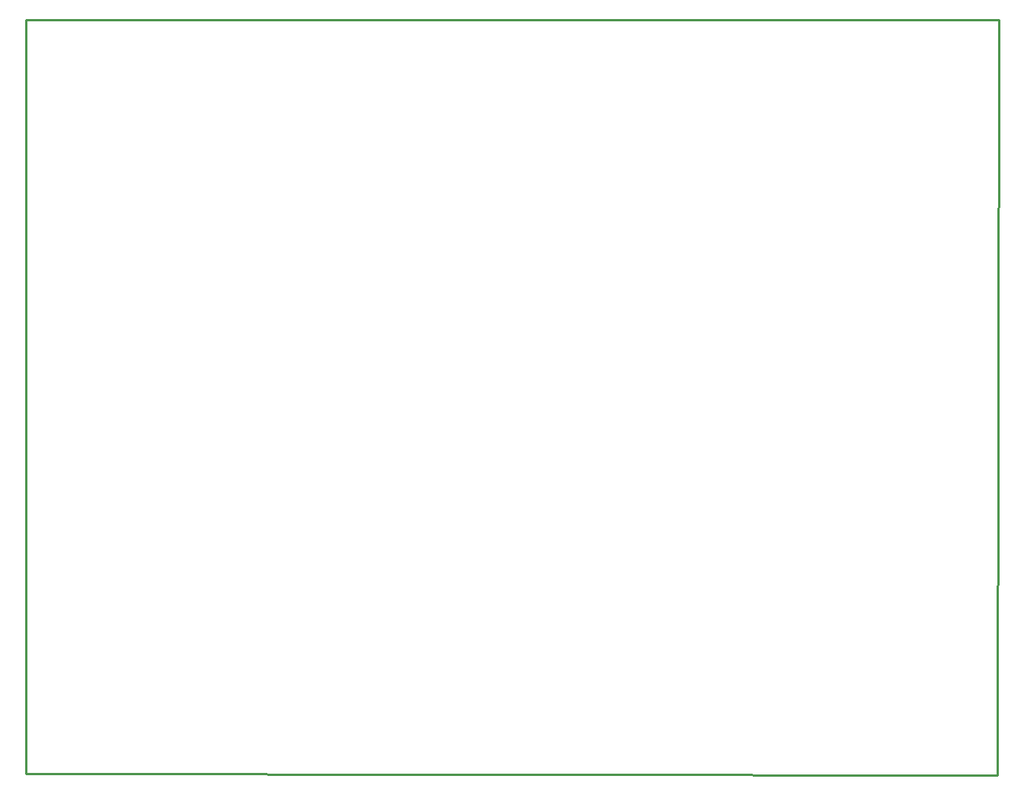
<source format=gbr>
G04 DipTrace 2.4.0.2*
%INBoardOutline.gbr*%
%MOMM*%
%ADD10C,0.254*%
%FSLAX53Y53*%
G04*
G71*
G90*
G75*
G01*
%LNBoardOutline*%
%LPD*%
X10000Y93918D2*
D10*
X118126D1*
X117995Y10000D1*
X10000Y10151D1*
Y93918D1*
M02*

</source>
